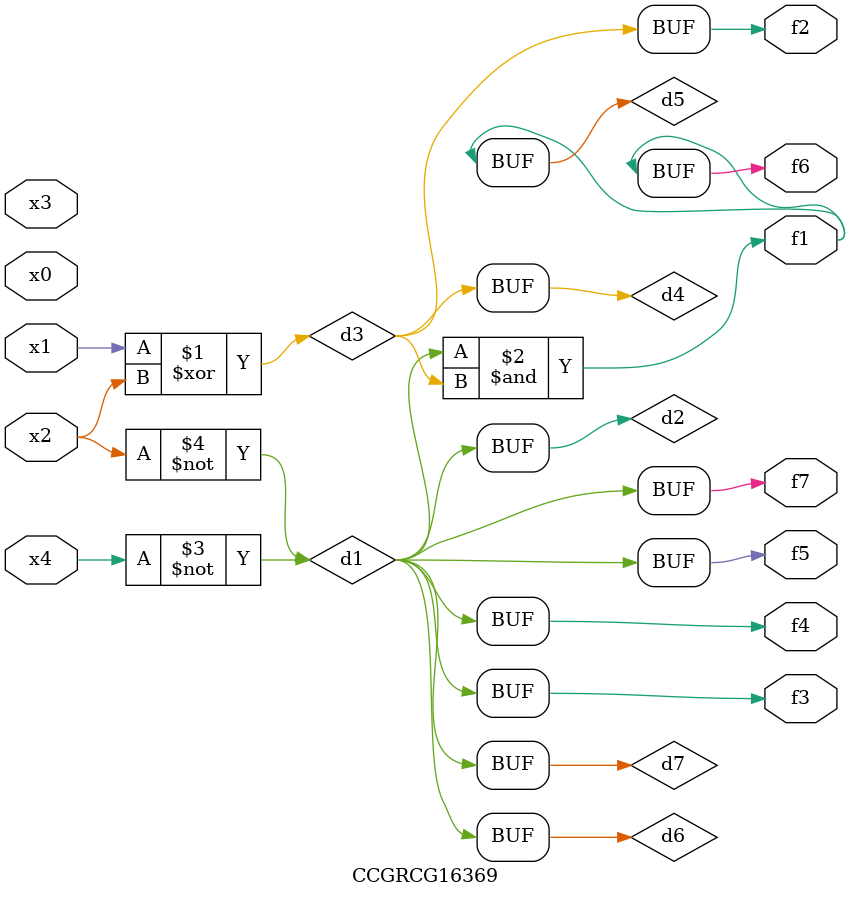
<source format=v>
module CCGRCG16369(
	input x0, x1, x2, x3, x4,
	output f1, f2, f3, f4, f5, f6, f7
);

	wire d1, d2, d3, d4, d5, d6, d7;

	not (d1, x4);
	not (d2, x2);
	xor (d3, x1, x2);
	buf (d4, d3);
	and (d5, d1, d3);
	buf (d6, d1, d2);
	buf (d7, d2);
	assign f1 = d5;
	assign f2 = d4;
	assign f3 = d7;
	assign f4 = d7;
	assign f5 = d7;
	assign f6 = d5;
	assign f7 = d7;
endmodule

</source>
